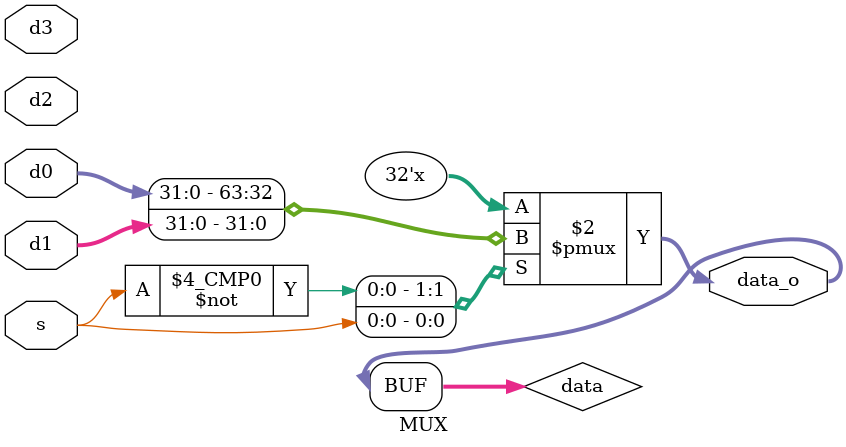
<source format=v>
module MUX(d0, d1, d2, d3, s, data_o);
  input [31:0] d0;
  input [31:0] d1;
  input [31:0] d2;
  input [31:0] d3;
  parameter width = 1;
  input [width-1:0]  s;//signal
  output [31:0] data_o;
  reg [31:0] data;
  always@(*)
  begin
    if (width == 1)
      case (s)
        1'b0: data <= d0;
        1'b1: data <= d1;
        default: data <= 1'b0;
      endcase
    if (width == 2)
      case(s)
        2'b00: data <= d0;
        2'b01: data <= d1;
        2'b10: data <= d2;
        2'b11: data <= d3;
        default: data <= 2'b0;
      endcase
  end
  assign data_o = data;
endmodule
</source>
